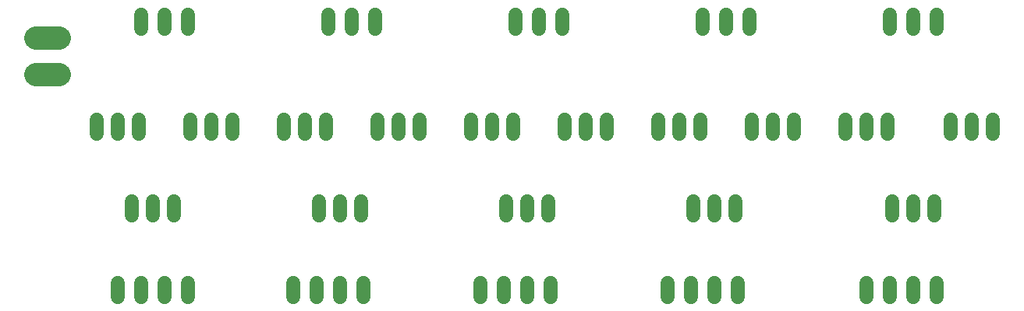
<source format=gbr>
G04 EAGLE Gerber RS-274X export*
G75*
%MOMM*%
%FSLAX34Y34*%
%LPD*%
%INTop Copper*%
%IPPOS*%
%AMOC8*
5,1,8,0,0,1.08239X$1,22.5*%
G01*
%ADD10C,1.524000*%
%ADD11C,1.508000*%
%ADD12C,2.550000*%


D10*
X243840Y322580D02*
X243840Y337820D01*
X266700Y337820D02*
X266700Y322580D01*
X289560Y322580D02*
X289560Y337820D01*
X342900Y436880D02*
X342900Y452120D01*
X317500Y452120D02*
X317500Y436880D01*
X292100Y436880D02*
X292100Y452120D01*
D11*
X266700Y159940D02*
X266700Y144860D01*
X292100Y144860D02*
X292100Y159940D01*
X317500Y159940D02*
X317500Y144860D01*
X342900Y144860D02*
X342900Y159940D01*
D10*
X281940Y233680D02*
X281940Y248920D01*
X304800Y248920D02*
X304800Y233680D01*
X327660Y233680D02*
X327660Y248920D01*
X345440Y322580D02*
X345440Y337820D01*
X368300Y337820D02*
X368300Y322580D01*
X391160Y322580D02*
X391160Y337820D01*
X447040Y337820D02*
X447040Y322580D01*
X469900Y322580D02*
X469900Y337820D01*
X492760Y337820D02*
X492760Y322580D01*
X546100Y436880D02*
X546100Y452120D01*
X520700Y452120D02*
X520700Y436880D01*
X495300Y436880D02*
X495300Y452120D01*
D11*
X457200Y159940D02*
X457200Y144860D01*
X482600Y144860D02*
X482600Y159940D01*
X508000Y159940D02*
X508000Y144860D01*
X533400Y144860D02*
X533400Y159940D01*
D10*
X485140Y233680D02*
X485140Y248920D01*
X508000Y248920D02*
X508000Y233680D01*
X530860Y233680D02*
X530860Y248920D01*
X548640Y322580D02*
X548640Y337820D01*
X571500Y337820D02*
X571500Y322580D01*
X594360Y322580D02*
X594360Y337820D01*
X650240Y337820D02*
X650240Y322580D01*
X673100Y322580D02*
X673100Y337820D01*
X695960Y337820D02*
X695960Y322580D01*
X749300Y436880D02*
X749300Y452120D01*
X723900Y452120D02*
X723900Y436880D01*
X698500Y436880D02*
X698500Y452120D01*
D11*
X660400Y159940D02*
X660400Y144860D01*
X685800Y144860D02*
X685800Y159940D01*
X711200Y159940D02*
X711200Y144860D01*
X736600Y144860D02*
X736600Y159940D01*
D10*
X688340Y233680D02*
X688340Y248920D01*
X711200Y248920D02*
X711200Y233680D01*
X734060Y233680D02*
X734060Y248920D01*
X751840Y322580D02*
X751840Y337820D01*
X774700Y337820D02*
X774700Y322580D01*
X797560Y322580D02*
X797560Y337820D01*
X853440Y337820D02*
X853440Y322580D01*
X876300Y322580D02*
X876300Y337820D01*
X899160Y337820D02*
X899160Y322580D01*
X952500Y436880D02*
X952500Y452120D01*
X927100Y452120D02*
X927100Y436880D01*
X901700Y436880D02*
X901700Y452120D01*
D11*
X863600Y159940D02*
X863600Y144860D01*
X889000Y144860D02*
X889000Y159940D01*
X914400Y159940D02*
X914400Y144860D01*
X939800Y144860D02*
X939800Y159940D01*
D10*
X891540Y233680D02*
X891540Y248920D01*
X914400Y248920D02*
X914400Y233680D01*
X937260Y233680D02*
X937260Y248920D01*
X955040Y322580D02*
X955040Y337820D01*
X977900Y337820D02*
X977900Y322580D01*
X1000760Y322580D02*
X1000760Y337820D01*
X1056640Y337820D02*
X1056640Y322580D01*
X1079500Y322580D02*
X1079500Y337820D01*
X1102360Y337820D02*
X1102360Y322580D01*
X1155700Y436880D02*
X1155700Y452120D01*
X1130300Y452120D02*
X1130300Y436880D01*
X1104900Y436880D02*
X1104900Y452120D01*
D11*
X1079500Y159940D02*
X1079500Y144860D01*
X1104900Y144860D02*
X1104900Y159940D01*
X1130300Y159940D02*
X1130300Y144860D01*
X1155700Y144860D02*
X1155700Y159940D01*
D10*
X1107440Y233680D02*
X1107440Y248920D01*
X1130300Y248920D02*
X1130300Y233680D01*
X1153160Y233680D02*
X1153160Y248920D01*
X1170940Y322580D02*
X1170940Y337820D01*
X1193800Y337820D02*
X1193800Y322580D01*
X1216660Y322580D02*
X1216660Y337820D01*
D12*
X203250Y386600D02*
X177750Y386600D01*
X177750Y426200D02*
X203250Y426200D01*
M02*

</source>
